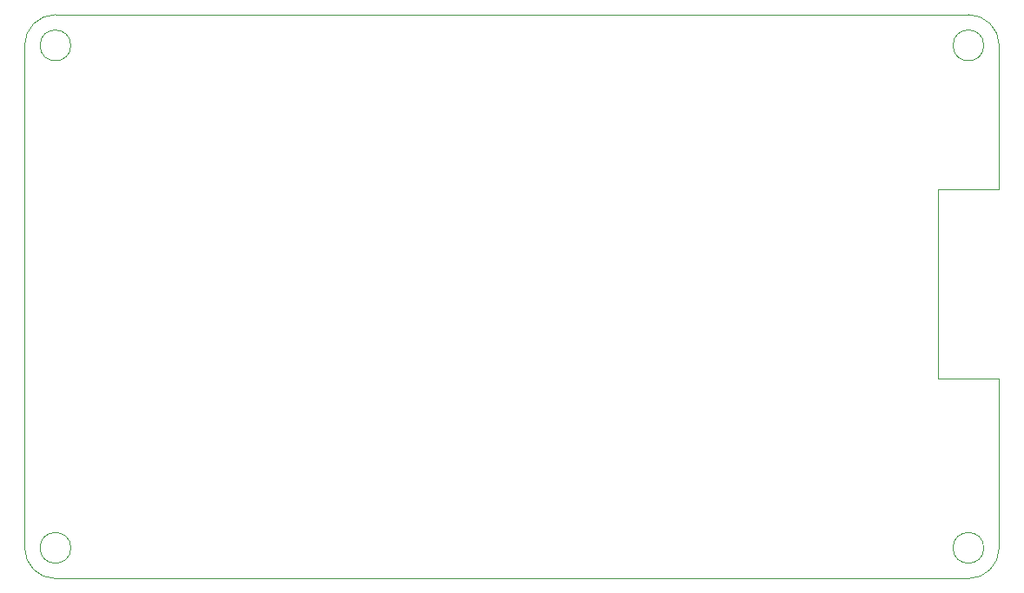
<source format=gbr>
%TF.GenerationSoftware,KiCad,Pcbnew,9.0.0*%
%TF.CreationDate,2025-03-09T16:10:17+04:00*%
%TF.ProjectId,Arbaa_Amp_V0.1,41726261-615f-4416-9d70-5f56302e312e,rev?*%
%TF.SameCoordinates,Original*%
%TF.FileFunction,Profile,NP*%
%FSLAX46Y46*%
G04 Gerber Fmt 4.6, Leading zero omitted, Abs format (unit mm)*
G04 Created by KiCad (PCBNEW 9.0.0) date 2025-03-09 16:10:17*
%MOMM*%
%LPD*%
G01*
G04 APERTURE LIST*
%TA.AperFunction,Profile*%
%ADD10C,0.050000*%
%TD*%
G04 APERTURE END LIST*
D10*
X183500000Y-87500000D02*
G75*
G02*
X180500000Y-87500000I-1500000J0D01*
G01*
X180500000Y-87500000D02*
G75*
G02*
X183500000Y-87500000I1500000J0D01*
G01*
X183500000Y-136500000D02*
G75*
G02*
X180500000Y-136500000I-1500000J0D01*
G01*
X180500000Y-136500000D02*
G75*
G02*
X183500000Y-136500000I1500000J0D01*
G01*
X94500000Y-136500000D02*
G75*
G02*
X91500000Y-136500000I-1500000J0D01*
G01*
X91500000Y-136500000D02*
G75*
G02*
X94500000Y-136500000I1500000J0D01*
G01*
X94500000Y-87500000D02*
G75*
G02*
X91500000Y-87500000I-1500000J0D01*
G01*
X91500000Y-87500000D02*
G75*
G02*
X94500000Y-87500000I1500000J0D01*
G01*
X185000000Y-120000000D02*
X185000000Y-136500000D01*
X179000000Y-120000000D02*
X185000000Y-120000000D01*
X179000000Y-101500000D02*
X179000000Y-120000000D01*
X185000000Y-101500000D02*
X179000000Y-101500000D01*
X185000000Y-87500000D02*
X185000000Y-101500000D01*
X90000000Y-87500000D02*
X90000000Y-136500000D01*
X93000000Y-139500000D02*
X182000000Y-139500000D01*
X93000000Y-84500000D02*
X182000000Y-84500000D01*
X93000000Y-139500000D02*
G75*
G02*
X90000000Y-136500000I0J3000000D01*
G01*
X185000000Y-136500000D02*
G75*
G02*
X182000000Y-139500000I-3000000J0D01*
G01*
X182000000Y-84500000D02*
G75*
G02*
X185000000Y-87500000I0J-3000000D01*
G01*
X90000000Y-87500000D02*
G75*
G02*
X93000000Y-84500000I3000000J0D01*
G01*
M02*

</source>
